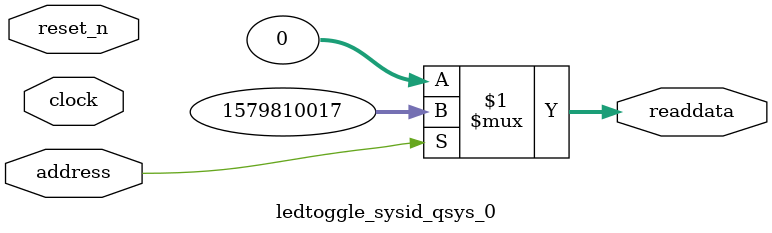
<source format=v>



// synthesis translate_off
`timescale 1ns / 1ps
// synthesis translate_on

// turn off superfluous verilog processor warnings 
// altera message_level Level1 
// altera message_off 10034 10035 10036 10037 10230 10240 10030 

module ledtoggle_sysid_qsys_0 (
               // inputs:
                address,
                clock,
                reset_n,

               // outputs:
                readdata
             )
;

  output  [ 31: 0] readdata;
  input            address;
  input            clock;
  input            reset_n;

  wire    [ 31: 0] readdata;
  //control_slave, which is an e_avalon_slave
  assign readdata = address ? 1579810017 : 0;

endmodule



</source>
